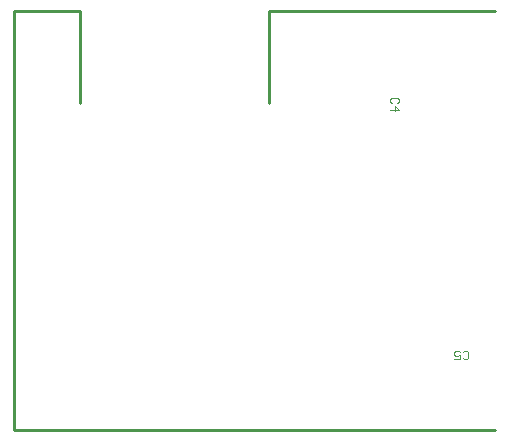
<source format=gbr>
G04*
G04 #@! TF.GenerationSoftware,Altium Limited,Altium Designer,24.1.2 (44)*
G04*
G04 Layer_Color=65535*
%FSLAX25Y25*%
%MOIN*%
G70*
G04*
G04 #@! TF.SameCoordinates,EBF418CC-EE97-4C3D-AA47-A42144AD25BC*
G04*
G04*
G04 #@! TF.FilePolarity,Positive*
G04*
G01*
G75*
%ADD13C,0.01000*%
%ADD71C,0.00276*%
D13*
X125000Y121000D02*
X285500D01*
X210000Y260500D02*
X285500D01*
X210000Y230000D02*
Y260500D01*
X147000Y230000D02*
Y260500D01*
X125000D02*
X147000D01*
X125000Y121000D02*
Y260500D01*
D71*
X274699Y145082D02*
X275159Y144623D01*
X276077D01*
X276536Y145082D01*
Y146918D01*
X276077Y147378D01*
X275159D01*
X274699Y146918D01*
X271944Y144623D02*
X273781D01*
Y146000D01*
X272863Y145541D01*
X272404D01*
X271944Y146000D01*
Y146918D01*
X272404Y147378D01*
X273322D01*
X273781Y146918D01*
X252918Y229959D02*
X253378Y230418D01*
Y231337D01*
X252918Y231796D01*
X251082D01*
X250623Y231337D01*
Y230418D01*
X251082Y229959D01*
X250623Y227663D02*
X253378D01*
X252000Y229041D01*
Y227204D01*
M02*

</source>
